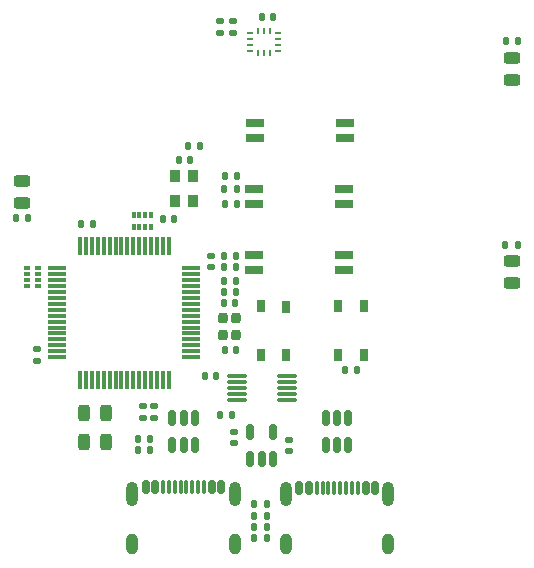
<source format=gbr>
%TF.GenerationSoftware,KiCad,Pcbnew,9.0.5-9.0.5~ubuntu24.04.1*%
%TF.CreationDate,2025-10-15T00:30:22+05:00*%
%TF.ProjectId,AH4,4148342e-6b69-4636-9164-5f7063625858,rev?*%
%TF.SameCoordinates,Original*%
%TF.FileFunction,Paste,Top*%
%TF.FilePolarity,Positive*%
%FSLAX46Y46*%
G04 Gerber Fmt 4.6, Leading zero omitted, Abs format (unit mm)*
G04 Created by KiCad (PCBNEW 9.0.5-9.0.5~ubuntu24.04.1) date 2025-10-15 00:30:22*
%MOMM*%
%LPD*%
G01*
G04 APERTURE LIST*
G04 Aperture macros list*
%AMRoundRect*
0 Rectangle with rounded corners*
0 $1 Rounding radius*
0 $2 $3 $4 $5 $6 $7 $8 $9 X,Y pos of 4 corners*
0 Add a 4 corners polygon primitive as box body*
4,1,4,$2,$3,$4,$5,$6,$7,$8,$9,$2,$3,0*
0 Add four circle primitives for the rounded corners*
1,1,$1+$1,$2,$3*
1,1,$1+$1,$4,$5*
1,1,$1+$1,$6,$7*
1,1,$1+$1,$8,$9*
0 Add four rect primitives between the rounded corners*
20,1,$1+$1,$2,$3,$4,$5,0*
20,1,$1+$1,$4,$5,$6,$7,0*
20,1,$1+$1,$6,$7,$8,$9,0*
20,1,$1+$1,$8,$9,$2,$3,0*%
G04 Aperture macros list end*
%ADD10RoundRect,0.150000X-0.150000X-0.425000X0.150000X-0.425000X0.150000X0.425000X-0.150000X0.425000X0*%
%ADD11RoundRect,0.075000X-0.075000X-0.500000X0.075000X-0.500000X0.075000X0.500000X-0.075000X0.500000X0*%
%ADD12O,1.000000X2.100000*%
%ADD13O,1.000000X1.800000*%
%ADD14RoundRect,0.135000X0.135000X0.185000X-0.135000X0.185000X-0.135000X-0.185000X0.135000X-0.185000X0*%
%ADD15RoundRect,0.140000X-0.140000X-0.170000X0.140000X-0.170000X0.140000X0.170000X-0.140000X0.170000X0*%
%ADD16RoundRect,0.150000X0.150000X-0.512500X0.150000X0.512500X-0.150000X0.512500X-0.150000X-0.512500X0*%
%ADD17RoundRect,0.135000X-0.135000X-0.185000X0.135000X-0.185000X0.135000X0.185000X-0.135000X0.185000X0*%
%ADD18R,0.400000X0.500000*%
%ADD19R,0.300000X0.500000*%
%ADD20RoundRect,0.135000X0.185000X-0.135000X0.185000X0.135000X-0.185000X0.135000X-0.185000X-0.135000X0*%
%ADD21RoundRect,0.190000X-0.610000X-0.190000X0.610000X-0.190000X0.610000X0.190000X-0.610000X0.190000X0*%
%ADD22R,0.650000X1.050000*%
%ADD23RoundRect,0.243750X-0.456250X0.243750X-0.456250X-0.243750X0.456250X-0.243750X0.456250X0.243750X0*%
%ADD24RoundRect,0.243750X0.456250X-0.243750X0.456250X0.243750X-0.456250X0.243750X-0.456250X-0.243750X0*%
%ADD25RoundRect,0.140000X0.170000X-0.140000X0.170000X0.140000X-0.170000X0.140000X-0.170000X-0.140000X0*%
%ADD26RoundRect,0.075000X0.700000X0.075000X-0.700000X0.075000X-0.700000X-0.075000X0.700000X-0.075000X0*%
%ADD27RoundRect,0.075000X0.075000X0.700000X-0.075000X0.700000X-0.075000X-0.700000X0.075000X-0.700000X0*%
%ADD28RoundRect,0.140000X-0.170000X0.140000X-0.170000X-0.140000X0.170000X-0.140000X0.170000X0.140000X0*%
%ADD29R,0.900000X1.000000*%
%ADD30RoundRect,0.200000X0.200000X-0.250000X0.200000X0.250000X-0.200000X0.250000X-0.200000X-0.250000X0*%
%ADD31RoundRect,0.243750X-0.243750X-0.456250X0.243750X-0.456250X0.243750X0.456250X-0.243750X0.456250X0*%
%ADD32RoundRect,0.140000X0.140000X0.170000X-0.140000X0.170000X-0.140000X-0.170000X0.140000X-0.170000X0*%
%ADD33RoundRect,0.087500X0.725000X0.087500X-0.725000X0.087500X-0.725000X-0.087500X0.725000X-0.087500X0*%
%ADD34R,0.500000X0.400000*%
%ADD35R,0.500000X0.300000*%
%ADD36R,0.475000X0.250000*%
%ADD37R,0.250000X0.475000*%
G04 APERTURE END LIST*
D10*
%TO.C,J2*%
X214300000Y-112660000D03*
X215100000Y-112660000D03*
D11*
X216250000Y-112660000D03*
X217250000Y-112660000D03*
X217750000Y-112660000D03*
X218750000Y-112660000D03*
D10*
X219900000Y-112660000D03*
X220700000Y-112660000D03*
X220700000Y-112660000D03*
X219900000Y-112660000D03*
D11*
X219250000Y-112660000D03*
X218250000Y-112660000D03*
X216750000Y-112660000D03*
X215750000Y-112660000D03*
D10*
X215100000Y-112660000D03*
X214300000Y-112660000D03*
D12*
X213180000Y-113235000D03*
D13*
X213180000Y-117415000D03*
D12*
X221820000Y-113235000D03*
D13*
X221820000Y-117415000D03*
%TD*%
D14*
%TO.C,R7*%
X205890000Y-83750000D03*
X204870000Y-83750000D03*
%TD*%
D15*
%TO.C,C7*%
X204095000Y-84875000D03*
X205055000Y-84875000D03*
%TD*%
D16*
%TO.C,U6*%
X210150000Y-110212500D03*
X211100000Y-110212500D03*
X212050000Y-110212500D03*
X212050000Y-107937500D03*
X210150000Y-107937500D03*
%TD*%
D17*
%TO.C,R2*%
X210490000Y-114050000D03*
X211510000Y-114050000D03*
%TD*%
D14*
%TO.C,R12*%
X208970000Y-87350000D03*
X207950000Y-87350000D03*
%TD*%
D18*
%TO.C,RN2*%
X200250000Y-90550000D03*
D19*
X200750000Y-90550000D03*
X201250000Y-90550000D03*
D18*
X201750000Y-90550000D03*
X201750000Y-89550000D03*
D19*
X201250000Y-89550000D03*
X200750000Y-89550000D03*
D18*
X200250000Y-89550000D03*
%TD*%
D20*
%TO.C,R17*%
X201075000Y-106760000D03*
X201075000Y-105740000D03*
%TD*%
D15*
%TO.C,C8*%
X195820000Y-90300000D03*
X196780000Y-90300000D03*
%TD*%
D21*
%TO.C,SW3*%
X210490000Y-87365000D03*
X210490000Y-88635000D03*
X218110000Y-88635000D03*
X218110000Y-87365000D03*
%TD*%
D22*
%TO.C,SW5*%
X211050000Y-101450000D03*
X211050000Y-97300000D03*
X213200000Y-101450000D03*
X213200000Y-97325000D03*
%TD*%
D17*
%TO.C,R8*%
X200590000Y-109500000D03*
X201610000Y-109500000D03*
%TD*%
D14*
%TO.C,R14*%
X208900000Y-93020000D03*
X207880000Y-93020000D03*
%TD*%
D23*
%TO.C,D4*%
X232300000Y-76262500D03*
X232300000Y-78137500D03*
%TD*%
D10*
%TO.C,J1*%
X201280000Y-112645000D03*
X202080000Y-112645000D03*
D11*
X203230000Y-112645000D03*
X204230000Y-112645000D03*
X204730000Y-112645000D03*
X205730000Y-112645000D03*
D10*
X206880000Y-112645000D03*
X207680000Y-112645000D03*
X207680000Y-112645000D03*
X206880000Y-112645000D03*
D11*
X206230000Y-112645000D03*
X205230000Y-112645000D03*
X203730000Y-112645000D03*
X202730000Y-112645000D03*
D10*
X202080000Y-112645000D03*
X201280000Y-112645000D03*
D12*
X200160000Y-113220000D03*
D13*
X200160000Y-117400000D03*
D12*
X208800000Y-113220000D03*
D13*
X208800000Y-117400000D03*
%TD*%
D14*
%TO.C,R15*%
X208900000Y-93990000D03*
X207880000Y-93990000D03*
%TD*%
D24*
%TO.C,D5*%
X190800000Y-88537500D03*
X190800000Y-86662500D03*
%TD*%
D25*
%TO.C,C3*%
X213425000Y-109555000D03*
X213425000Y-108595000D03*
%TD*%
D14*
%TO.C,R11*%
X191310000Y-89800000D03*
X190290000Y-89800000D03*
%TD*%
D26*
%TO.C,U2*%
X205150000Y-101600000D03*
X205150000Y-101100000D03*
X205150000Y-100600000D03*
X205150000Y-100100000D03*
X205150000Y-99600000D03*
X205150000Y-99100000D03*
X205150000Y-98600000D03*
X205150000Y-98100000D03*
X205150000Y-97600000D03*
X205150000Y-97100000D03*
X205150000Y-96600000D03*
X205150000Y-96100000D03*
X205150000Y-95600000D03*
X205150000Y-95100000D03*
X205150000Y-94600000D03*
X205150000Y-94100000D03*
D27*
X203225000Y-92175000D03*
X202725000Y-92175000D03*
X202225000Y-92175000D03*
X201725000Y-92175000D03*
X201225000Y-92175000D03*
X200725000Y-92175000D03*
X200225000Y-92175000D03*
X199725000Y-92175000D03*
X199225000Y-92175000D03*
X198725000Y-92175000D03*
X198225000Y-92175000D03*
X197725000Y-92175000D03*
X197225000Y-92175000D03*
X196725000Y-92175000D03*
X196225000Y-92175000D03*
X195725000Y-92175000D03*
D26*
X193800000Y-94100000D03*
X193800000Y-94600000D03*
X193800000Y-95100000D03*
X193800000Y-95600000D03*
X193800000Y-96100000D03*
X193800000Y-96600000D03*
X193800000Y-97100000D03*
X193800000Y-97600000D03*
X193800000Y-98100000D03*
X193800000Y-98600000D03*
X193800000Y-99100000D03*
X193800000Y-99600000D03*
X193800000Y-100100000D03*
X193800000Y-100600000D03*
X193800000Y-101100000D03*
X193800000Y-101600000D03*
D27*
X195725000Y-103525000D03*
X196225000Y-103525000D03*
X196725000Y-103525000D03*
X197225000Y-103525000D03*
X197725000Y-103525000D03*
X198225000Y-103525000D03*
X198725000Y-103525000D03*
X199225000Y-103525000D03*
X199725000Y-103525000D03*
X200225000Y-103525000D03*
X200725000Y-103525000D03*
X201225000Y-103525000D03*
X201725000Y-103525000D03*
X202225000Y-103525000D03*
X202725000Y-103525000D03*
X203225000Y-103525000D03*
%TD*%
D22*
%TO.C,SW2*%
X219725000Y-97275000D03*
X219725000Y-101425000D03*
X217575000Y-97275000D03*
X217575000Y-101400000D03*
%TD*%
D28*
%TO.C,C15*%
X208670000Y-73170000D03*
X208670000Y-74130000D03*
%TD*%
D29*
%TO.C,Y2*%
X205325000Y-88425000D03*
X205325000Y-86275000D03*
X203775000Y-86275000D03*
X203775000Y-88425000D03*
%TD*%
D28*
%TO.C,C16*%
X206800000Y-93020000D03*
X206800000Y-93980000D03*
%TD*%
D15*
%TO.C,C1*%
X207610000Y-106520000D03*
X208570000Y-106520000D03*
%TD*%
D30*
%TO.C,Y1*%
X208950000Y-99700000D03*
X208950000Y-98300000D03*
X207850000Y-98300000D03*
X207850000Y-99700000D03*
%TD*%
D31*
%TO.C,D1*%
X196062500Y-108800000D03*
X197937500Y-108800000D03*
%TD*%
D23*
%TO.C,D3*%
X232300000Y-93462500D03*
X232300000Y-95337500D03*
%TD*%
D17*
%TO.C,R6*%
X207960000Y-86280000D03*
X208980000Y-86280000D03*
%TD*%
%TO.C,R16*%
X200590000Y-108500000D03*
X201610000Y-108500000D03*
%TD*%
D32*
%TO.C,C13*%
X212080000Y-72800000D03*
X211120000Y-72800000D03*
%TD*%
D21*
%TO.C,SW4*%
X210490000Y-92965000D03*
X210490000Y-94235000D03*
X218110000Y-94235000D03*
X218110000Y-92965000D03*
%TD*%
D32*
%TO.C,C2*%
X207230000Y-103200000D03*
X206270000Y-103200000D03*
%TD*%
D25*
%TO.C,C4*%
X208750000Y-108880000D03*
X208750000Y-107920000D03*
%TD*%
D21*
%TO.C,SW1*%
X210497520Y-81742484D03*
X210497520Y-83012484D03*
X218117520Y-83012484D03*
X218117520Y-81742484D03*
%TD*%
D25*
%TO.C,C14*%
X207570000Y-74130000D03*
X207570000Y-73170000D03*
%TD*%
D17*
%TO.C,R3*%
X210490000Y-115025000D03*
X211510000Y-115025000D03*
%TD*%
D14*
%TO.C,R1*%
X208910000Y-96060000D03*
X207890000Y-96060000D03*
%TD*%
D32*
%TO.C,C6*%
X208930000Y-101000000D03*
X207970000Y-101000000D03*
%TD*%
D14*
%TO.C,R5*%
X211510000Y-115975000D03*
X210490000Y-115975000D03*
%TD*%
D15*
%TO.C,C11*%
X202720000Y-89900000D03*
X203680000Y-89900000D03*
%TD*%
D14*
%TO.C,R4*%
X211510000Y-116925000D03*
X210490000Y-116925000D03*
%TD*%
D33*
%TO.C,U5*%
X213212500Y-105200000D03*
X213212500Y-104700000D03*
X213212500Y-104200000D03*
X213212500Y-103700000D03*
X213212500Y-103200000D03*
X208987500Y-103200000D03*
X208987500Y-103700000D03*
X208987500Y-104200000D03*
X208987500Y-104700000D03*
X208987500Y-105200000D03*
%TD*%
D15*
%TO.C,C5*%
X207920000Y-97000000D03*
X208880000Y-97000000D03*
%TD*%
D16*
%TO.C,U3*%
X203530000Y-109045000D03*
X204480000Y-109045000D03*
X205430000Y-109045000D03*
X205430000Y-106770000D03*
X204480000Y-106770000D03*
X203530000Y-106770000D03*
%TD*%
D34*
%TO.C,RN1*%
X192200000Y-95600000D03*
D35*
X192200000Y-95100000D03*
X192200000Y-94600000D03*
D34*
X192200000Y-94100000D03*
X191200000Y-94100000D03*
D35*
X191200000Y-94600000D03*
X191200000Y-95100000D03*
D34*
X191200000Y-95600000D03*
%TD*%
D14*
%TO.C,R18*%
X208910000Y-95120000D03*
X207890000Y-95120000D03*
%TD*%
%TO.C,R9*%
X232760000Y-92150000D03*
X231740000Y-92150000D03*
%TD*%
%TO.C,R13*%
X208980000Y-88630000D03*
X207960000Y-88630000D03*
%TD*%
D36*
%TO.C,U1*%
X212454182Y-75691464D03*
X212454182Y-75191464D03*
X212454182Y-74691464D03*
X212454182Y-74191464D03*
D37*
X211791682Y-74028964D03*
X211291682Y-74028964D03*
X210791682Y-74028964D03*
D36*
X210131682Y-74191464D03*
X210131682Y-74691464D03*
X210129182Y-75191464D03*
X210129182Y-75691464D03*
D37*
X210791682Y-75851464D03*
X211291682Y-75851464D03*
X211791682Y-75851464D03*
%TD*%
D16*
%TO.C,U4*%
X216539854Y-109029230D03*
X217489854Y-109029230D03*
X218439854Y-109029230D03*
X218439854Y-106754230D03*
X217489854Y-106754230D03*
X216539854Y-106754230D03*
%TD*%
D31*
%TO.C,D2*%
X196062500Y-106350000D03*
X197937500Y-106350000D03*
%TD*%
D17*
%TO.C,R10*%
X231780000Y-74800000D03*
X232800000Y-74800000D03*
%TD*%
D15*
%TO.C,C12*%
X218170000Y-102700000D03*
X219130000Y-102700000D03*
%TD*%
D25*
%TO.C,C10*%
X192050000Y-101900000D03*
X192050000Y-100940000D03*
%TD*%
%TO.C,C9*%
X202000000Y-106730000D03*
X202000000Y-105770000D03*
%TD*%
M02*

</source>
